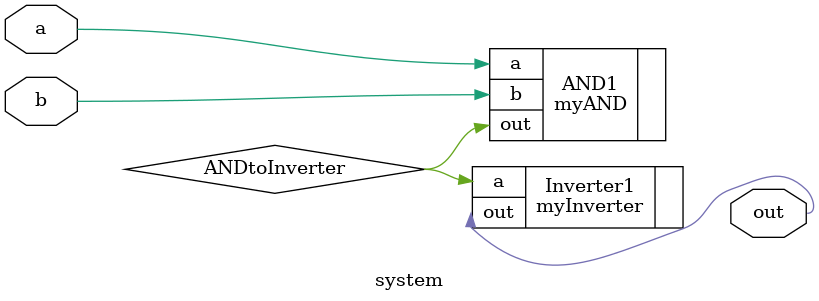
<source format=v>
module system(
	input a,
	input b,
	output out
	);
	
	wire ANDtoInverter;
	
	myAND AND1(
		.a(a),
		.b(b),
		.out(ANDtoInverter)
		);
	
	myInverter Inverter1(
		.a(ANDtoInverter),
		.out(out)
		);
	
endmodule
</source>
